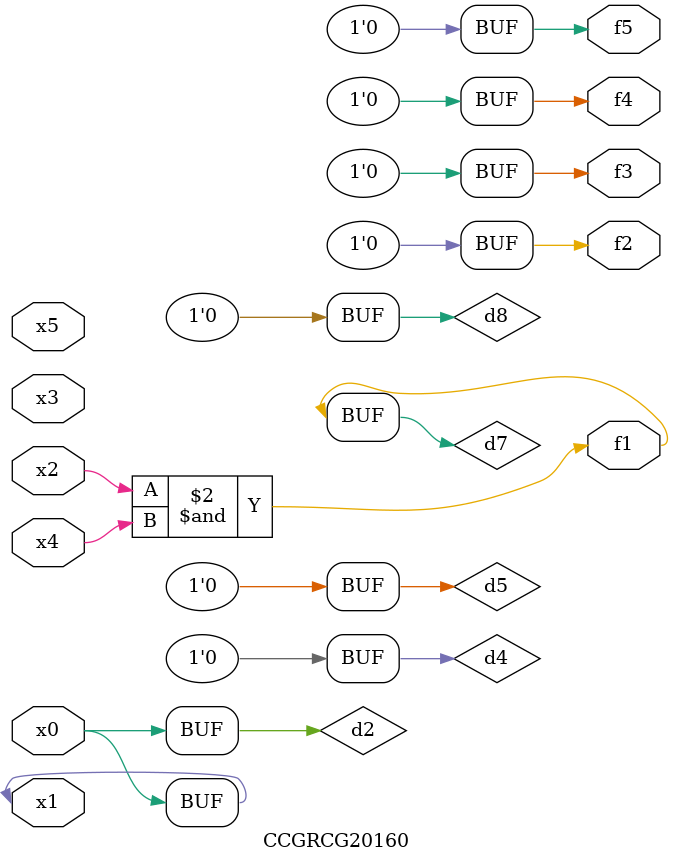
<source format=v>
module CCGRCG20160(
	input x0, x1, x2, x3, x4, x5,
	output f1, f2, f3, f4, f5
);

	wire d1, d2, d3, d4, d5, d6, d7, d8, d9;

	nand (d1, x1);
	buf (d2, x0, x1);
	nand (d3, x2, x4);
	and (d4, d1, d2);
	and (d5, d1, d2);
	nand (d6, d1, d3);
	not (d7, d3);
	xor (d8, d5);
	nor (d9, d5, d6);
	assign f1 = d7;
	assign f2 = d8;
	assign f3 = d8;
	assign f4 = d8;
	assign f5 = d8;
endmodule

</source>
